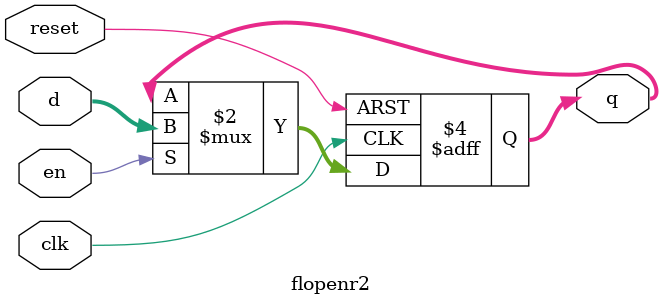
<source format=v>
module flopenr (
	clk,
	reset,
	en,
	d,
	q
);
	parameter WIDTH = 8;

	input wire clk;
	input wire reset;
	input wire en;
	input wire [WIDTH - 1:0] d;
	
	output reg [WIDTH - 1:0] q;
	always @(posedge clk or posedge reset)
		if (reset)
			q <= 0;
		else if (en)
			q <= d;
endmodule


module flopenr2 (
	clk,
	reset,
	en,
	d,
	q
);
	//parameter WIDTH = 8;

	input wire clk;
	input wire reset;
	input wire en;
	input wire [31:0] d;
	
	output reg [31:0] q;
	always @(posedge clk or posedge reset)
		if (reset)
			q <= 0;
		else if (en)
			q <= d;
endmodule
</source>
